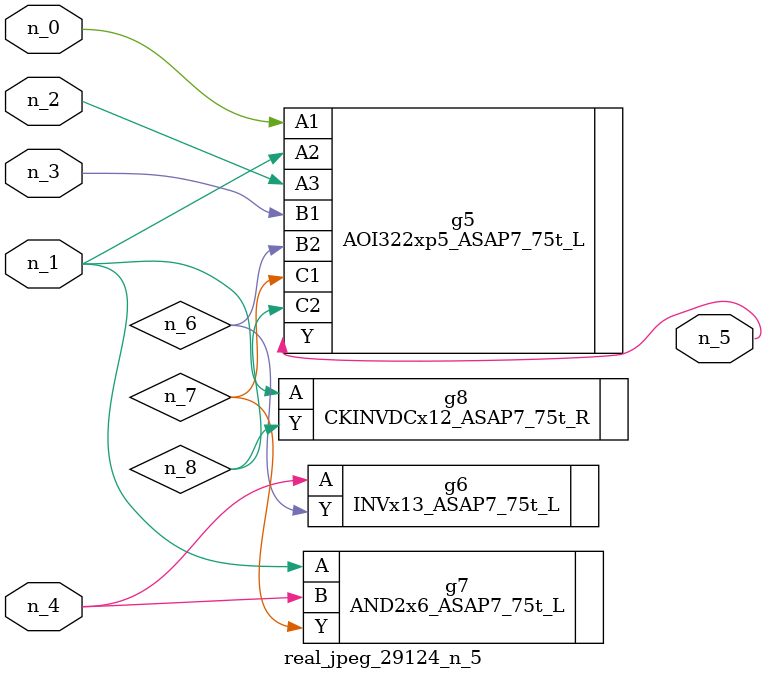
<source format=v>
module real_jpeg_29124_n_5 (n_4, n_0, n_1, n_2, n_3, n_5);

input n_4;
input n_0;
input n_1;
input n_2;
input n_3;

output n_5;

wire n_8;
wire n_6;
wire n_7;

AOI322xp5_ASAP7_75t_L g5 ( 
.A1(n_0),
.A2(n_1),
.A3(n_2),
.B1(n_3),
.B2(n_6),
.C1(n_7),
.C2(n_8),
.Y(n_5)
);

AND2x6_ASAP7_75t_L g7 ( 
.A(n_1),
.B(n_4),
.Y(n_7)
);

CKINVDCx12_ASAP7_75t_R g8 ( 
.A(n_1),
.Y(n_8)
);

INVx13_ASAP7_75t_L g6 ( 
.A(n_4),
.Y(n_6)
);


endmodule
</source>
